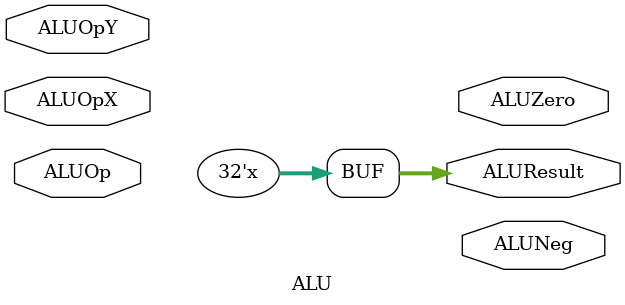
<source format=v>

module ALU (
  // Outputs
  ALUResult, ALUZero, ALUNeg,
  // Inputs
  ALUOp, ALUOpX, ALUOpY
);

  input [3:0] ALUOp;                // Operation select
  input [31:0] ALUOpX, ALUOpY;      // operands

  output reg [31:0] ALUResult;     // result of operation
  output wire ALUZero, ALUNeg;      // result is 0 or negative

  
//******************************************************************************
// ALU datapath
//******************************************************************************

  // Decoded ALU operation select (ALUOp) signals
  `define select_alu_addu 4'd0
  `define select_alu_and 4'd1
  `define select_alu_xor 4'd2
  `define select_alu_or 4'd3
  `define select_alu_nor 4'd4
  `define select_alu_subu 4'd5
  `define select_alu_sltu 4'd6
  `define select_alu_slt 4'd7
  `define select_alu_srl 4'd8
  `define select_alu_sra 4'd9
  `define select_alu_sll 4'd10
  `define select_alu_passx 4'd11
  `define select_alu_passy 4'd12
  `define select_alu_add 4'd13
  `define select_alu_sub 4'd14
  
  always @* begin
    case (ALUOp)
      // PERFORM ALU OPERATIONS DEFINED ABOVE
      default:
        ALUResult = 32'hxxxxxxxx;   // Undefined
    endcase
  end
  
endmodule

</source>
